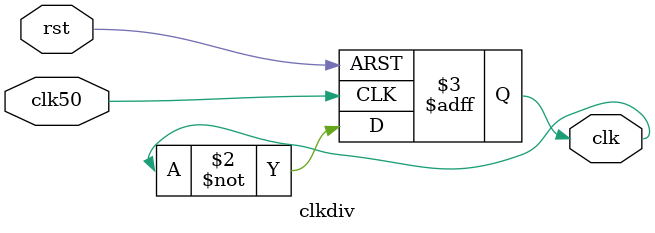
<source format=v>
`timescale 1ns / 1ps
module clkdiv(
	input wire clk50,
	input wire rst,
	output reg clk
    );


	always @ (posedge clk50 or posedge rst) begin
		if (rst) begin
			clk <= 1'b0;
		end
		else begin
			clk <= ~clk;
		end
	end

endmodule

</source>
